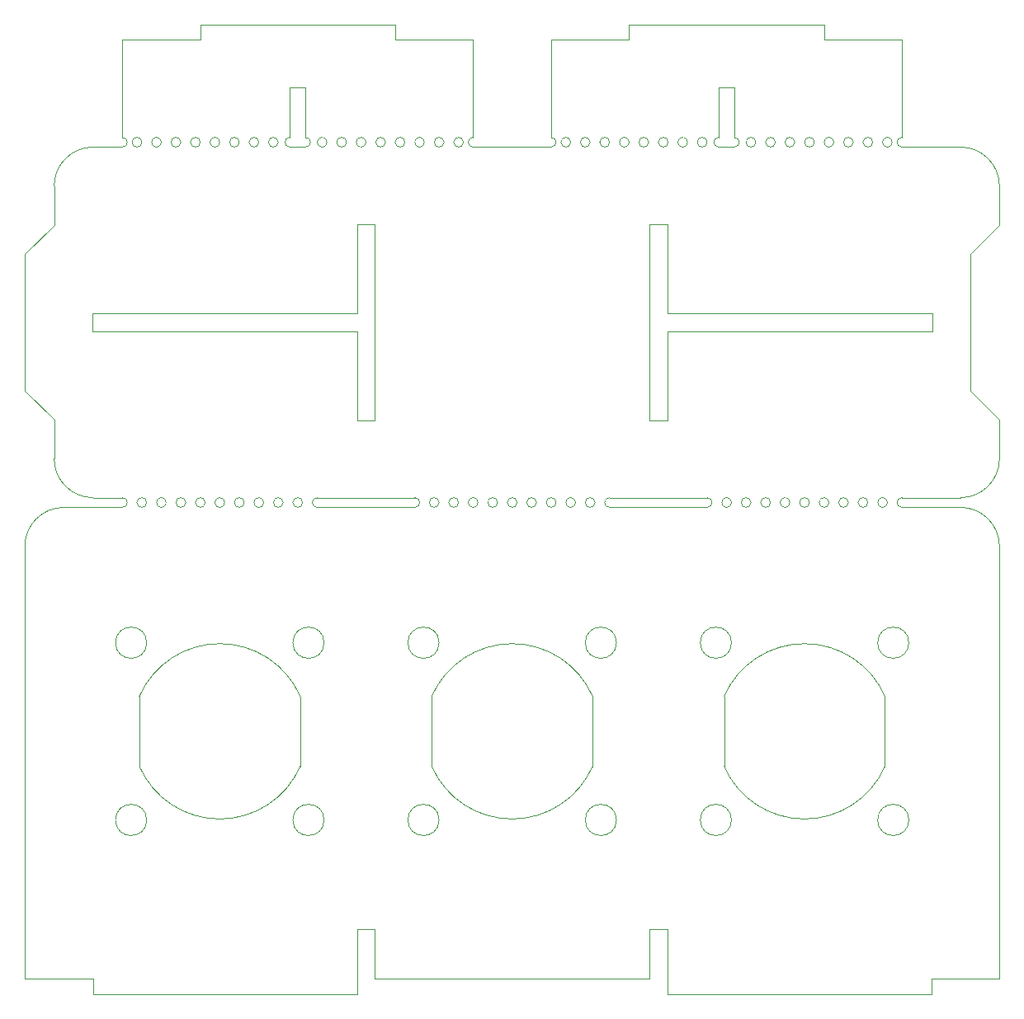
<source format=gbr>
%TF.GenerationSoftware,KiCad,Pcbnew,7.0.1-0*%
%TF.CreationDate,2023-04-27T22:29:58+08:00*%
%TF.ProjectId,antpanel,616e7470-616e-4656-9c2e-6b696361645f,Alpha 1*%
%TF.SameCoordinates,Original*%
%TF.FileFunction,Profile,NP*%
%FSLAX46Y46*%
G04 Gerber Fmt 4.6, Leading zero omitted, Abs format (unit mm)*
G04 Created by KiCad (PCBNEW 7.0.1-0) date 2023-04-27 22:29:58*
%MOMM*%
%LPD*%
G01*
G04 APERTURE LIST*
%TA.AperFunction,Profile*%
%ADD10C,0.100000*%
%TD*%
G04 APERTURE END LIST*
D10*
X140000000Y-100000000D02*
X130000000Y-100000000D01*
X156500000Y-99500000D02*
G75*
G03*
X156500000Y-99500000I-500000J0D01*
G01*
X164100000Y-148400000D02*
X135900000Y-148400000D01*
X139000000Y-62500000D02*
G75*
G03*
X139000000Y-62500000I-500000J0D01*
G01*
X164100000Y-70900000D02*
X164100000Y-91100000D01*
X142500000Y-99500000D02*
G75*
G03*
X142500000Y-99500000I-500000J0D01*
G01*
X193100000Y-80100000D02*
X165900000Y-80100000D01*
X135900000Y-70900000D02*
X135900000Y-91100000D01*
X110000000Y-52000000D02*
X110000000Y-62000000D01*
X160000000Y-62500000D02*
G75*
G03*
X160000000Y-62500000I-500000J0D01*
G01*
X107000000Y-63000000D02*
G75*
G03*
X103000000Y-67000000I0J-4000000D01*
G01*
X133000000Y-62500000D02*
G75*
G03*
X133000000Y-62500000I-500000J0D01*
G01*
X154000000Y-52000000D02*
X154000000Y-62000000D01*
X146500000Y-99500000D02*
G75*
G03*
X146500000Y-99500000I-500000J0D01*
G01*
X120500000Y-99500000D02*
G75*
G03*
X120500000Y-99500000I-500000J0D01*
G01*
X182000000Y-52000000D02*
X182000000Y-50400000D01*
X170000000Y-99000000D02*
X160000000Y-99000000D01*
X146000000Y-63000000D02*
X154000000Y-63000000D01*
X190000000Y-52000000D02*
X190000000Y-62000000D01*
X100000000Y-88000000D02*
X103000000Y-91000000D01*
X170000000Y-62500000D02*
G75*
G03*
X170000000Y-62500000I-500000J0D01*
G01*
X176500000Y-99500000D02*
G75*
G03*
X176500000Y-99500000I-500000J0D01*
G01*
X106900000Y-80100000D02*
X106900000Y-81900000D01*
X165900000Y-70900000D02*
X164100000Y-70900000D01*
X134100000Y-91100000D02*
X134100000Y-81900000D01*
X128250000Y-119400000D02*
X128250000Y-126600000D01*
X172500000Y-113900000D02*
G75*
G03*
X172500000Y-113900000I-1600000J0D01*
G01*
X162000000Y-50400000D02*
X162000000Y-52000000D01*
X158500000Y-99500000D02*
G75*
G03*
X158500000Y-99500000I-500000J0D01*
G01*
X200000000Y-67000000D02*
G75*
G03*
X196000000Y-63000000I-4000000J0D01*
G01*
X130000000Y-99000000D02*
X140000000Y-99000000D01*
X122000000Y-62500000D02*
G75*
G03*
X122000000Y-62500000I-500000J0D01*
G01*
X134100000Y-81900000D02*
X106900000Y-81900000D01*
X107000000Y-63000000D02*
X110000000Y-63000000D01*
X110000000Y-63000000D02*
G75*
G03*
X110000000Y-62000000I0J500000D01*
G01*
X190000000Y-99000000D02*
G75*
G03*
X190000000Y-100000000I0J-500000D01*
G01*
X134100000Y-150000000D02*
X107000000Y-150000000D01*
X134100000Y-150000000D02*
X134100000Y-143300000D01*
X165900000Y-91100000D02*
X165900000Y-81900000D01*
X111750002Y-126600000D02*
G75*
G03*
X128249998Y-126600000I8249998J3600000D01*
G01*
X107000000Y-99000000D02*
X110000000Y-99000000D01*
X128249998Y-119400000D02*
G75*
G03*
X111750002Y-119400000I-8249998J-3600000D01*
G01*
X177000000Y-62500000D02*
G75*
G03*
X177000000Y-62500000I-500000J0D01*
G01*
X164000000Y-62500000D02*
G75*
G03*
X164000000Y-62500000I-500000J0D01*
G01*
X172500000Y-132100000D02*
G75*
G03*
X172500000Y-132100000I-1600000J0D01*
G01*
X142500000Y-113900000D02*
G75*
G03*
X142500000Y-113900000I-1600000J0D01*
G01*
X137000000Y-62500000D02*
G75*
G03*
X137000000Y-62500000I-500000J0D01*
G01*
X118500000Y-99500000D02*
G75*
G03*
X118500000Y-99500000I-500000J0D01*
G01*
X200000000Y-95000000D02*
X200000000Y-91000000D01*
X166000000Y-62500000D02*
G75*
G03*
X166000000Y-62500000I-500000J0D01*
G01*
X182500000Y-99500000D02*
G75*
G03*
X182500000Y-99500000I-500000J0D01*
G01*
X179000000Y-62500000D02*
G75*
G03*
X179000000Y-62500000I-500000J0D01*
G01*
X114500000Y-99500000D02*
G75*
G03*
X114500000Y-99500000I-500000J0D01*
G01*
X185000000Y-62500000D02*
G75*
G03*
X185000000Y-62500000I-500000J0D01*
G01*
X180500000Y-99500000D02*
G75*
G03*
X180500000Y-99500000I-500000J0D01*
G01*
X197000000Y-88000000D02*
X200000000Y-91000000D01*
X104000000Y-100000000D02*
G75*
G03*
X100000000Y-104000000I0J-4000000D01*
G01*
X127200000Y-62000000D02*
X127200000Y-56900000D01*
X103000000Y-95000000D02*
G75*
G03*
X107000000Y-99000000I4000000J0D01*
G01*
X131000000Y-62500000D02*
G75*
G03*
X131000000Y-62500000I-500000J0D01*
G01*
X196000000Y-63000000D02*
X190000000Y-63000000D01*
X187000000Y-62500000D02*
G75*
G03*
X187000000Y-62500000I-500000J0D01*
G01*
X196000000Y-99000000D02*
G75*
G03*
X200000000Y-95000000I0J4000000D01*
G01*
X112500000Y-113900000D02*
G75*
G03*
X112500000Y-113900000I-1600000J0D01*
G01*
X154000000Y-52000000D02*
X162000000Y-52000000D01*
X171750002Y-126600000D02*
G75*
G03*
X188249998Y-126600000I8249998J3600000D01*
G01*
X112500000Y-99500000D02*
G75*
G03*
X112500000Y-99500000I-500000J0D01*
G01*
X107000000Y-148400000D02*
X100000000Y-148400000D01*
X128800000Y-63000000D02*
G75*
G03*
X128800000Y-62000000I0J500000D01*
G01*
X118000000Y-62500000D02*
G75*
G03*
X118000000Y-62500000I-500000J0D01*
G01*
X148500000Y-99500000D02*
G75*
G03*
X148500000Y-99500000I-500000J0D01*
G01*
X138000000Y-52000000D02*
X138000000Y-50400000D01*
X188500000Y-99500000D02*
G75*
G03*
X188500000Y-99500000I-500000J0D01*
G01*
X190700000Y-132100000D02*
G75*
G03*
X190700000Y-132100000I-1600000J0D01*
G01*
X118000000Y-50400000D02*
X138000000Y-50400000D01*
X158250000Y-119400000D02*
X158250000Y-126600000D01*
X130700000Y-113900000D02*
G75*
G03*
X130700000Y-113900000I-1600000J0D01*
G01*
X154000000Y-63000000D02*
G75*
G03*
X154000000Y-62000000I0J500000D01*
G01*
X127200000Y-63000000D02*
X128800000Y-63000000D01*
X103000000Y-95000000D02*
X103000000Y-91000000D01*
X164100000Y-143300000D02*
X165900000Y-143300000D01*
X190000000Y-100000000D02*
X196000000Y-100000000D01*
X141750002Y-126600000D02*
G75*
G03*
X158249998Y-126600000I8249998J3600000D01*
G01*
X110000000Y-100000000D02*
G75*
G03*
X110000000Y-99000000I0J500000D01*
G01*
X107000000Y-150000000D02*
X107000000Y-148400000D01*
X175000000Y-62500000D02*
G75*
G03*
X175000000Y-62500000I-500000J0D01*
G01*
X124500000Y-99500000D02*
G75*
G03*
X124500000Y-99500000I-500000J0D01*
G01*
X103000000Y-71000000D02*
X103000000Y-67000000D01*
X152500000Y-99500000D02*
G75*
G03*
X152500000Y-99500000I-500000J0D01*
G01*
X141000000Y-62500000D02*
G75*
G03*
X141000000Y-62500000I-500000J0D01*
G01*
X165900000Y-150000000D02*
X165900000Y-143300000D01*
X162000000Y-50400000D02*
X182000000Y-50400000D01*
X160700000Y-132100000D02*
G75*
G03*
X160700000Y-132100000I-1600000J0D01*
G01*
X171200000Y-62000000D02*
G75*
G03*
X171200000Y-63000000I0J-500000D01*
G01*
X164100000Y-148400000D02*
X164100000Y-143300000D01*
X127200000Y-56900000D02*
X128800000Y-56900000D01*
X172500000Y-99500000D02*
G75*
G03*
X172500000Y-99500000I-500000J0D01*
G01*
X114000000Y-62500000D02*
G75*
G03*
X114000000Y-62500000I-500000J0D01*
G01*
X171750000Y-126600000D02*
X171750000Y-119400000D01*
X197000000Y-74000000D02*
X200000000Y-71000000D01*
X146000000Y-52000000D02*
X138000000Y-52000000D01*
X188250000Y-119400000D02*
X188250000Y-126600000D01*
X124000000Y-62500000D02*
G75*
G03*
X124000000Y-62500000I-500000J0D01*
G01*
X100000000Y-148400000D02*
X100000000Y-104000000D01*
X145000000Y-62500000D02*
G75*
G03*
X145000000Y-62500000I-500000J0D01*
G01*
X128500000Y-99500000D02*
G75*
G03*
X128500000Y-99500000I-500000J0D01*
G01*
X170000000Y-100000000D02*
G75*
G03*
X170000000Y-99000000I0J500000D01*
G01*
X190000000Y-62000000D02*
G75*
G03*
X190000000Y-63000000I0J-500000D01*
G01*
X190000000Y-99000000D02*
X196000000Y-99000000D01*
X135900000Y-91100000D02*
X134100000Y-91100000D01*
X172800000Y-63000000D02*
G75*
G03*
X172800000Y-62000000I0J500000D01*
G01*
X116500000Y-99500000D02*
G75*
G03*
X116500000Y-99500000I-500000J0D01*
G01*
X189000000Y-62500000D02*
G75*
G03*
X189000000Y-62500000I-500000J0D01*
G01*
X144500000Y-99500000D02*
G75*
G03*
X144500000Y-99500000I-500000J0D01*
G01*
X160700000Y-113900000D02*
G75*
G03*
X160700000Y-113900000I-1600000J0D01*
G01*
X128800000Y-62000000D02*
X128800000Y-56900000D01*
X126500000Y-99500000D02*
G75*
G03*
X126500000Y-99500000I-500000J0D01*
G01*
X146000000Y-62000000D02*
G75*
G03*
X146000000Y-63000000I0J-500000D01*
G01*
X190700000Y-113900000D02*
G75*
G03*
X190700000Y-113900000I-1600000J0D01*
G01*
X168000000Y-62500000D02*
G75*
G03*
X168000000Y-62500000I-500000J0D01*
G01*
X134100000Y-143300000D02*
X135900000Y-143300000D01*
X134100000Y-80100000D02*
X134100000Y-70900000D01*
X172800000Y-62000000D02*
X172800000Y-56900000D01*
X143000000Y-62500000D02*
G75*
G03*
X143000000Y-62500000I-500000J0D01*
G01*
X104000000Y-100000000D02*
X110000000Y-100000000D01*
X171200000Y-62000000D02*
X171200000Y-56900000D01*
X146000000Y-52000000D02*
X146000000Y-62000000D01*
X200000000Y-104000000D02*
X200000000Y-148400000D01*
X140000000Y-100000000D02*
G75*
G03*
X140000000Y-99000000I0J500000D01*
G01*
X118000000Y-50400000D02*
X118000000Y-52000000D01*
X193000000Y-150000000D02*
X193000000Y-148400000D01*
X130700000Y-132100000D02*
G75*
G03*
X130700000Y-132100000I-1600000J0D01*
G01*
X112000000Y-62500000D02*
G75*
G03*
X112000000Y-62500000I-500000J0D01*
G01*
X100000000Y-88000000D02*
X100000000Y-74000000D01*
X190000000Y-52000000D02*
X182000000Y-52000000D01*
X112500000Y-132100000D02*
G75*
G03*
X112500000Y-132100000I-1600000J0D01*
G01*
X200000000Y-104000000D02*
G75*
G03*
X196000000Y-100000000I-4000000J0D01*
G01*
X164100000Y-91100000D02*
X165900000Y-91100000D01*
X200000000Y-148400000D02*
X193000000Y-148400000D01*
X103000000Y-71000000D02*
X100000000Y-74000000D01*
X200000000Y-71000000D02*
X200000000Y-67000000D01*
X110000000Y-52000000D02*
X118000000Y-52000000D01*
X126000000Y-62500000D02*
G75*
G03*
X126000000Y-62500000I-500000J0D01*
G01*
X156000000Y-62500000D02*
G75*
G03*
X156000000Y-62500000I-500000J0D01*
G01*
X150500000Y-99500000D02*
G75*
G03*
X150500000Y-99500000I-500000J0D01*
G01*
X120000000Y-62500000D02*
G75*
G03*
X120000000Y-62500000I-500000J0D01*
G01*
X134100000Y-70900000D02*
X135900000Y-70900000D01*
X162000000Y-62500000D02*
G75*
G03*
X162000000Y-62500000I-500000J0D01*
G01*
X186500000Y-99500000D02*
G75*
G03*
X186500000Y-99500000I-500000J0D01*
G01*
X174500000Y-99500000D02*
G75*
G03*
X174500000Y-99500000I-500000J0D01*
G01*
X127200000Y-62000000D02*
G75*
G03*
X127200000Y-63000000I0J-500000D01*
G01*
X184500000Y-99500000D02*
G75*
G03*
X184500000Y-99500000I-500000J0D01*
G01*
X135900000Y-148400000D02*
X135900000Y-143300000D01*
X106900000Y-80100000D02*
X134100000Y-80100000D01*
X183000000Y-62500000D02*
G75*
G03*
X183000000Y-62500000I-500000J0D01*
G01*
X178500000Y-99500000D02*
G75*
G03*
X178500000Y-99500000I-500000J0D01*
G01*
X165900000Y-80100000D02*
X165900000Y-70900000D01*
X181000000Y-62500000D02*
G75*
G03*
X181000000Y-62500000I-500000J0D01*
G01*
X116000000Y-62500000D02*
G75*
G03*
X116000000Y-62500000I-500000J0D01*
G01*
X165900000Y-150000000D02*
X193000000Y-150000000D01*
X154500000Y-99500000D02*
G75*
G03*
X154500000Y-99500000I-500000J0D01*
G01*
X171200000Y-63000000D02*
X172800000Y-63000000D01*
X142500000Y-132100000D02*
G75*
G03*
X142500000Y-132100000I-1600000J0D01*
G01*
X158249998Y-119400000D02*
G75*
G03*
X141750002Y-119400000I-8249998J-3600000D01*
G01*
X188249998Y-119400000D02*
G75*
G03*
X171750002Y-119400000I-8249998J-3600000D01*
G01*
X130000000Y-99000000D02*
G75*
G03*
X130000000Y-100000000I0J-500000D01*
G01*
X193100000Y-81900000D02*
X193100000Y-80100000D01*
X158000000Y-62500000D02*
G75*
G03*
X158000000Y-62500000I-500000J0D01*
G01*
X171200000Y-56900000D02*
X172800000Y-56900000D01*
X160000000Y-99000000D02*
G75*
G03*
X160000000Y-100000000I0J-500000D01*
G01*
X197000000Y-88000000D02*
X197000000Y-74000000D01*
X165900000Y-81900000D02*
X193100000Y-81900000D01*
X135000000Y-62500000D02*
G75*
G03*
X135000000Y-62500000I-500000J0D01*
G01*
X111750000Y-126600000D02*
X111750000Y-119400000D01*
X122500000Y-99500000D02*
G75*
G03*
X122500000Y-99500000I-500000J0D01*
G01*
X160000000Y-100000000D02*
X170000000Y-100000000D01*
X141750000Y-126600000D02*
X141750000Y-119400000D01*
M02*

</source>
